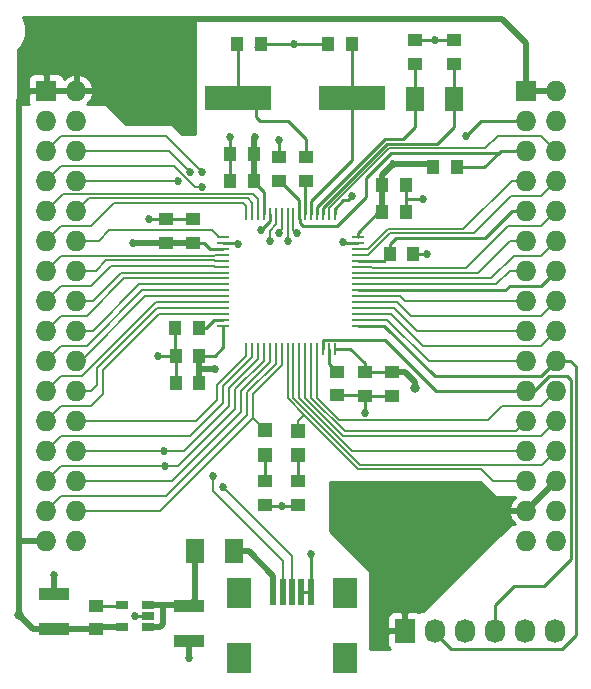
<source format=gbr>
G04 #@! TF.FileFunction,Copper,L1,Top,Signal*
%FSLAX46Y46*%
G04 Gerber Fmt 4.6, Leading zero omitted, Abs format (unit mm)*
G04 Created by KiCad (PCBNEW 4.0.0-rc1-stable) date 11/15/2015 10:10:44 PM*
%MOMM*%
G01*
G04 APERTURE LIST*
%ADD10C,0.100000*%
%ADD11R,0.250000X1.000000*%
%ADD12R,1.000000X0.250000*%
%ADD13R,1.060000X0.650000*%
%ADD14R,0.500380X2.301240*%
%ADD15R,1.998980X2.499360*%
%ADD16R,1.000000X1.250000*%
%ADD17R,1.250000X1.000000*%
%ADD18R,2.500000X1.000000*%
%ADD19R,1.198880X1.198880*%
%ADD20R,1.524000X2.032000*%
%ADD21R,1.727200X2.032000*%
%ADD22O,1.727200X2.032000*%
%ADD23R,1.727200X1.727200*%
%ADD24O,1.727200X1.727200*%
%ADD25R,5.600700X2.100580*%
%ADD26C,0.685800*%
%ADD27C,0.838200*%
%ADD28C,0.254000*%
%ADD29C,0.508000*%
%ADD30C,0.203200*%
G04 APERTURE END LIST*
D10*
D11*
X79061000Y-99329000D03*
X78561000Y-99329000D03*
X78061000Y-99329000D03*
X77561000Y-99329000D03*
X77061000Y-99329000D03*
X76561000Y-99329000D03*
X76061000Y-99329000D03*
X75561000Y-99329000D03*
X75061000Y-99329000D03*
X74561000Y-99329000D03*
X74061000Y-99329000D03*
X73561000Y-99329000D03*
X73061000Y-99329000D03*
X72561000Y-99329000D03*
X72061000Y-99329000D03*
X71561000Y-99329000D03*
D12*
X69611000Y-101279000D03*
X69611000Y-101779000D03*
X69611000Y-102279000D03*
X69611000Y-102779000D03*
X69611000Y-103279000D03*
X69611000Y-103779000D03*
X69611000Y-104279000D03*
X69611000Y-104779000D03*
X69611000Y-105279000D03*
X69611000Y-105779000D03*
X69611000Y-106279000D03*
X69611000Y-106779000D03*
X69611000Y-107279000D03*
X69611000Y-107779000D03*
X69611000Y-108279000D03*
X69611000Y-108779000D03*
D11*
X71561000Y-110729000D03*
X72061000Y-110729000D03*
X72561000Y-110729000D03*
X73061000Y-110729000D03*
X73561000Y-110729000D03*
X74061000Y-110729000D03*
X74561000Y-110729000D03*
X75061000Y-110729000D03*
X75561000Y-110729000D03*
X76061000Y-110729000D03*
X76561000Y-110729000D03*
X77061000Y-110729000D03*
X77561000Y-110729000D03*
X78061000Y-110729000D03*
X78561000Y-110729000D03*
X79061000Y-110729000D03*
D12*
X81011000Y-108779000D03*
X81011000Y-108279000D03*
X81011000Y-107779000D03*
X81011000Y-107279000D03*
X81011000Y-106779000D03*
X81011000Y-106279000D03*
X81011000Y-105779000D03*
X81011000Y-105279000D03*
X81011000Y-104779000D03*
X81011000Y-104279000D03*
X81011000Y-103779000D03*
X81011000Y-103279000D03*
X81011000Y-102779000D03*
X81011000Y-102279000D03*
X81011000Y-101779000D03*
X81011000Y-101279000D03*
D13*
X63203000Y-134300000D03*
X63203000Y-133350000D03*
X63203000Y-132400000D03*
X61003000Y-132400000D03*
X61003000Y-134300000D03*
D14*
X73837800Y-131297680D03*
X74637900Y-131297680D03*
X75438000Y-131297680D03*
X76238100Y-131297680D03*
X77038200Y-131297680D03*
D15*
X70987920Y-131396740D03*
X70987920Y-136895840D03*
X79888080Y-131396740D03*
X79888080Y-136895840D03*
D16*
X83058000Y-99187000D03*
X85058000Y-99187000D03*
X83058000Y-96901000D03*
X85058000Y-96901000D03*
D17*
X79248000Y-112665000D03*
X79248000Y-114665000D03*
X83874768Y-112689682D03*
X83874768Y-114689682D03*
X81588768Y-112721682D03*
X81588768Y-114721682D03*
D16*
X65564000Y-108966000D03*
X67564000Y-108966000D03*
D17*
X74295000Y-96504000D03*
X74295000Y-94504000D03*
D16*
X67595974Y-113617878D03*
X65595974Y-113617878D03*
X67579974Y-111331878D03*
X65579974Y-111331878D03*
X78518000Y-84963000D03*
X80518000Y-84963000D03*
X72771000Y-84963000D03*
X70771000Y-84963000D03*
D17*
X89154000Y-84598000D03*
X89154000Y-86598000D03*
X85852000Y-84598000D03*
X85852000Y-86598000D03*
X64741952Y-101750538D03*
X64741952Y-99750538D03*
X67027952Y-101750538D03*
X67027952Y-99750538D03*
D16*
X72204875Y-96507365D03*
X70204875Y-96507365D03*
X72204875Y-94221365D03*
X70204875Y-94221365D03*
D18*
X66675000Y-132485000D03*
X66675000Y-135485000D03*
D17*
X58801000Y-134477000D03*
X58801000Y-132477000D03*
D18*
X55245000Y-134469000D03*
X55245000Y-131469000D03*
D19*
X73152000Y-117602000D03*
X73152000Y-119700040D03*
D20*
X67183000Y-127889000D03*
X70485000Y-127889000D03*
D19*
X75946000Y-117662960D03*
X75946000Y-119761000D03*
D21*
X84963000Y-134620000D03*
D22*
X87503000Y-134620000D03*
X90043000Y-134620000D03*
X92583000Y-134620000D03*
X95123000Y-134620000D03*
X97663000Y-134620000D03*
D23*
X54610000Y-88900000D03*
D24*
X57150000Y-88900000D03*
X54610000Y-91440000D03*
X57150000Y-91440000D03*
X54610000Y-93980000D03*
X57150000Y-93980000D03*
X54610000Y-96520000D03*
X57150000Y-96520000D03*
X54610000Y-99060000D03*
X57150000Y-99060000D03*
X54610000Y-101600000D03*
X57150000Y-101600000D03*
X54610000Y-104140000D03*
X57150000Y-104140000D03*
X54610000Y-106680000D03*
X57150000Y-106680000D03*
X54610000Y-109220000D03*
X57150000Y-109220000D03*
X54610000Y-111760000D03*
X57150000Y-111760000D03*
X54610000Y-114300000D03*
X57150000Y-114300000D03*
X54610000Y-116840000D03*
X57150000Y-116840000D03*
X54610000Y-119380000D03*
X57150000Y-119380000D03*
X54610000Y-121920000D03*
X57150000Y-121920000D03*
X54610000Y-124460000D03*
X57150000Y-124460000D03*
X54610000Y-127000000D03*
X57150000Y-127000000D03*
D23*
X95250000Y-88900000D03*
D24*
X97790000Y-88900000D03*
X95250000Y-91440000D03*
X97790000Y-91440000D03*
X95250000Y-93980000D03*
X97790000Y-93980000D03*
X95250000Y-96520000D03*
X97790000Y-96520000D03*
X95250000Y-99060000D03*
X97790000Y-99060000D03*
X95250000Y-101600000D03*
X97790000Y-101600000D03*
X95250000Y-104140000D03*
X97790000Y-104140000D03*
X95250000Y-106680000D03*
X97790000Y-106680000D03*
X95250000Y-109220000D03*
X97790000Y-109220000D03*
X95250000Y-111760000D03*
X97790000Y-111760000D03*
X95250000Y-114300000D03*
X97790000Y-114300000D03*
X95250000Y-116840000D03*
X97790000Y-116840000D03*
X95250000Y-119380000D03*
X97790000Y-119380000D03*
X95250000Y-121920000D03*
X97790000Y-121920000D03*
X95250000Y-124460000D03*
X97790000Y-124460000D03*
X95250000Y-127000000D03*
X97790000Y-127000000D03*
D25*
X70843140Y-89535000D03*
X80540860Y-89535000D03*
D20*
X89190869Y-89554317D03*
X85888869Y-89554317D03*
D16*
X87392000Y-95377000D03*
X89392000Y-95377000D03*
D17*
X76581000Y-94504000D03*
X76581000Y-96504000D03*
D16*
X83709000Y-102743000D03*
X85709000Y-102743000D03*
D17*
X73152000Y-121936000D03*
X73152000Y-123936000D03*
X75946000Y-121936000D03*
X75946000Y-123936000D03*
D26*
X62103000Y-133350000D03*
X66675000Y-136906000D03*
X55245000Y-129921000D03*
X72771000Y-100711000D03*
X70866000Y-101854000D03*
X79756000Y-101727000D03*
X86868000Y-102743000D03*
X87503602Y-84598000D03*
X77038200Y-128066800D03*
X86487000Y-98044000D03*
X74563531Y-124079000D03*
X81588768Y-116150232D03*
X64055122Y-111331878D03*
X63317462Y-99750538D03*
X70204875Y-92837000D03*
X74295000Y-93091000D03*
X75643965Y-84963000D03*
D27*
X66294000Y-91694000D03*
D26*
X72263000Y-92837000D03*
X83947000Y-95123000D03*
X61999538Y-90320538D03*
X61999538Y-101750538D03*
X68882738Y-112473262D03*
D27*
X85852000Y-122682000D03*
X85852000Y-114046000D03*
X52324000Y-133306000D03*
D26*
X75819000Y-100965000D03*
X67818000Y-95758000D03*
X75057000Y-101600000D03*
X66802000Y-95758000D03*
X74295000Y-100965000D03*
X67818000Y-97028000D03*
X73533000Y-101600000D03*
X65786000Y-96520000D03*
X69596000Y-122428000D03*
X64653784Y-120650000D03*
X68707000Y-121539000D03*
X64633911Y-119380000D03*
X80518000Y-97790000D03*
X90170000Y-92710000D03*
D28*
X88275000Y-84598000D02*
X89154000Y-84598000D01*
X63203000Y-133350000D02*
X62103000Y-133350000D01*
D29*
X66675000Y-135485000D02*
X66675000Y-136906000D01*
X55245000Y-131469000D02*
X55245000Y-129921000D01*
D28*
X73561000Y-99329000D02*
X73561000Y-99940935D01*
X73561000Y-99940935D02*
X72936090Y-100565845D01*
X69611000Y-101779000D02*
X70791000Y-101779000D01*
X70791000Y-101779000D02*
X70866000Y-101854000D01*
X81011000Y-101779000D02*
X79808000Y-101779000D01*
X79808000Y-101779000D02*
X79756000Y-101727000D01*
X85659000Y-102743000D02*
X86868000Y-102743000D01*
X87503602Y-84598000D02*
X85852000Y-84598000D01*
X88275000Y-84598000D02*
X87503602Y-84598000D01*
X77038200Y-131297680D02*
X77038200Y-128066800D01*
X76238100Y-131297680D02*
X77038200Y-131297680D01*
X85058000Y-98056771D02*
X85058000Y-96901000D01*
X85058000Y-99187000D02*
X85058000Y-98056771D01*
X85058000Y-98056771D02*
X86474229Y-98056771D01*
X86474229Y-98056771D02*
X86487000Y-98044000D01*
X74563531Y-124079000D02*
X75941000Y-124079000D01*
X73152000Y-124079000D02*
X74563531Y-124079000D01*
X75941000Y-124079000D02*
X75946000Y-124074000D01*
X81588768Y-114721682D02*
X81588768Y-116150232D01*
X83874768Y-114689682D02*
X81620768Y-114689682D01*
X81620768Y-114689682D02*
X81588768Y-114721682D01*
X79248000Y-114665000D02*
X81532086Y-114665000D01*
X81532086Y-114665000D02*
X81588768Y-114721682D01*
X65579974Y-111331878D02*
X64055122Y-111331878D01*
X65579974Y-111331878D02*
X65579974Y-113601878D01*
X65579974Y-113601878D02*
X65595974Y-113617878D01*
X65564000Y-108966000D02*
X65564000Y-111315904D01*
X65564000Y-111315904D02*
X65579974Y-111331878D01*
X64741952Y-99750538D02*
X63317462Y-99750538D01*
X70204875Y-94221365D02*
X70204875Y-92810875D01*
X67027952Y-99750538D02*
X64741952Y-99750538D01*
X70204875Y-96507365D02*
X70204875Y-94221365D01*
X74295000Y-94361000D02*
X74295000Y-93091000D01*
X75643965Y-84963000D02*
X78518000Y-84963000D01*
X72771000Y-84963000D02*
X75643965Y-84963000D01*
X72367140Y-85289140D02*
X72295000Y-85217000D01*
X67564000Y-108966000D02*
X68170000Y-108966000D01*
X68170000Y-108966000D02*
X68857000Y-108279000D01*
X68857000Y-108279000D02*
X69611000Y-108279000D01*
X67870000Y-108660000D02*
X67564000Y-108966000D01*
X76061000Y-99329000D02*
X76061000Y-98145000D01*
X76061000Y-98145000D02*
X74420000Y-96504000D01*
X74420000Y-96504000D02*
X74295000Y-96504000D01*
X89342000Y-95377000D02*
X91694000Y-95377000D01*
X91694000Y-95377000D02*
X92938570Y-94132430D01*
X92714570Y-94132430D02*
X92938570Y-94132430D01*
X92938570Y-94132430D02*
X93091000Y-93980000D01*
X93091000Y-93980000D02*
X95250000Y-93980000D01*
X81661000Y-97917000D02*
X81661000Y-96266000D01*
X81661000Y-96266000D02*
X83794570Y-94132430D01*
X83794570Y-94132430D02*
X92938570Y-94132430D01*
X76061000Y-99329000D02*
X76061000Y-99707000D01*
X79248000Y-100330000D02*
X81661000Y-97917000D01*
X76061000Y-99707000D02*
X76073000Y-99719000D01*
X76073000Y-99719000D02*
X76073000Y-100076000D01*
X76073000Y-100076000D02*
X76327000Y-100330000D01*
X76327000Y-100330000D02*
X79248000Y-100330000D01*
X78561000Y-110729000D02*
X78561000Y-111978000D01*
X78561000Y-111978000D02*
X79248000Y-112665000D01*
D29*
X95250000Y-88900000D02*
X95250000Y-84836000D01*
X95250000Y-84836000D02*
X93218000Y-82804000D01*
X93218000Y-82804000D02*
X67310000Y-82804000D01*
X67310000Y-82804000D02*
X66040000Y-84074000D01*
X83947000Y-95123000D02*
X87188000Y-95123000D01*
X87188000Y-95123000D02*
X87442000Y-95377000D01*
X72204875Y-94221365D02*
X72204875Y-92895125D01*
X72204875Y-92895125D02*
X72263000Y-92837000D01*
X72204875Y-94221365D02*
X72204875Y-96507365D01*
X97790000Y-88900000D02*
X95250000Y-88900000D01*
X83058000Y-96901000D02*
X83058000Y-96012000D01*
X83058000Y-96012000D02*
X83947000Y-95123000D01*
X83058000Y-96901000D02*
X83058000Y-99187000D01*
X64741952Y-101750538D02*
X61999538Y-101750538D01*
X67027952Y-101750538D02*
X64741952Y-101750538D01*
X67595974Y-112473262D02*
X67595974Y-111347878D01*
X67595974Y-113617878D02*
X67595974Y-112473262D01*
X67595974Y-112473262D02*
X68882738Y-112473262D01*
X67595974Y-111347878D02*
X67579974Y-111331878D01*
X85852000Y-113533914D02*
X85852000Y-114046000D01*
X83874768Y-112689682D02*
X85007768Y-112689682D01*
X85007768Y-112689682D02*
X85852000Y-113533914D01*
X97790000Y-121920000D02*
X95250000Y-124460000D01*
X89408000Y-124460000D02*
X95250000Y-124460000D01*
X84963000Y-128905000D02*
X89408000Y-124460000D01*
X84963000Y-134620000D02*
X84963000Y-128905000D01*
X52324000Y-133306000D02*
X52324000Y-126973589D01*
X52324000Y-126973589D02*
X52324000Y-89662000D01*
X54610000Y-127000000D02*
X52350411Y-127000000D01*
X52350411Y-127000000D02*
X52324000Y-126973589D01*
X54610000Y-88900000D02*
X57150000Y-88900000D01*
X55245000Y-134469000D02*
X53487000Y-134469000D01*
X53487000Y-134469000D02*
X52324000Y-133306000D01*
X52324000Y-89662000D02*
X53086000Y-88900000D01*
X53086000Y-88900000D02*
X54610000Y-88900000D01*
X61003000Y-134300000D02*
X58978000Y-134300000D01*
D28*
X58978000Y-134300000D02*
X58801000Y-134477000D01*
D29*
X55245000Y-134469000D02*
X58793000Y-134469000D01*
D28*
X58793000Y-134469000D02*
X58801000Y-134477000D01*
X81011000Y-101279000D02*
X81011000Y-100900000D01*
X81011000Y-100900000D02*
X82724000Y-99187000D01*
X82724000Y-99187000D02*
X83058000Y-99187000D01*
X81588768Y-112721682D02*
X83842768Y-112721682D01*
X83842768Y-112721682D02*
X83874768Y-112689682D01*
X79061000Y-110729000D02*
X80350086Y-110729000D01*
X80350086Y-110729000D02*
X81588768Y-111967682D01*
X81588768Y-111967682D02*
X81588768Y-112721682D01*
X69611000Y-108779000D02*
X69611000Y-110602000D01*
X69611000Y-110602000D02*
X68881122Y-111331878D01*
X68881122Y-111331878D02*
X67579974Y-111331878D01*
X73061000Y-99329000D02*
X73061000Y-97488490D01*
X73061000Y-97488490D02*
X72204875Y-96632365D01*
X72204875Y-96632365D02*
X72204875Y-96507365D01*
X68497000Y-102279000D02*
X67968538Y-101750538D01*
X67968538Y-101750538D02*
X67027952Y-101750538D01*
X69611000Y-102279000D02*
X68497000Y-102279000D01*
X77061000Y-99329000D02*
X77061000Y-98199000D01*
X77061000Y-98199000D02*
X80540860Y-94719140D01*
X80540860Y-94719140D02*
X80540860Y-89535000D01*
X80518000Y-89639140D02*
X80518000Y-85090000D01*
X72367140Y-89789000D02*
X72367140Y-91093290D01*
X72367140Y-91093290D02*
X72713850Y-91440000D01*
X75057000Y-91440000D02*
X76581000Y-92964000D01*
X72713850Y-91440000D02*
X75057000Y-91440000D01*
X76581000Y-92964000D02*
X76581000Y-94869000D01*
X70843140Y-89535000D02*
X70843140Y-85035140D01*
X89190869Y-89554317D02*
X89190869Y-86634869D01*
X89190869Y-86634869D02*
X89154000Y-86598000D01*
X78061000Y-99329000D02*
X78061000Y-98775828D01*
X78061000Y-98775828D02*
X83466418Y-93370410D01*
X83466418Y-93370410D02*
X87731590Y-93370410D01*
X87731590Y-93370410D02*
X89190869Y-91911131D01*
X89190869Y-91911131D02*
X89190869Y-89554317D01*
X89662000Y-89517448D02*
X89698869Y-89554317D01*
X85888869Y-89554317D02*
X85888869Y-86634869D01*
X85888869Y-86634869D02*
X85852000Y-86598000D01*
X77561000Y-99329000D02*
X77561000Y-98701078D01*
X85888869Y-91911131D02*
X85888869Y-89554317D01*
X77561000Y-98701078D02*
X83298078Y-92964000D01*
X83298078Y-92964000D02*
X84836000Y-92964000D01*
X84836000Y-92964000D02*
X85888869Y-91911131D01*
X86360000Y-89517448D02*
X86396869Y-89554317D01*
D29*
X63203000Y-132400000D02*
X64539000Y-132400000D01*
X64539000Y-134002000D02*
X64539000Y-132400000D01*
X64539000Y-132400000D02*
X66590000Y-132400000D01*
X63203000Y-134300000D02*
X64241000Y-134300000D01*
X64241000Y-134300000D02*
X64539000Y-134002000D01*
X66590000Y-132400000D02*
X66675000Y-132485000D01*
X67183000Y-127889000D02*
X67183000Y-131977000D01*
X67183000Y-131977000D02*
X66675000Y-132485000D01*
D28*
X58801000Y-132477000D02*
X60926000Y-132477000D01*
X60926000Y-132477000D02*
X61003000Y-132400000D01*
D30*
X69611000Y-107279000D02*
X64044000Y-107279000D01*
X64044000Y-107279000D02*
X58928000Y-112395000D01*
X58928000Y-112395000D02*
X58928000Y-113792000D01*
X58928000Y-113792000D02*
X58420000Y-114300000D01*
X58420000Y-114300000D02*
X57150000Y-114300000D01*
D28*
X73152000Y-119700040D02*
X73152000Y-122179000D01*
D29*
X70485000Y-127889000D02*
X71755000Y-127889000D01*
X71755000Y-127889000D02*
X73837800Y-129971800D01*
X73837800Y-129971800D02*
X73837800Y-131297680D01*
D30*
X58420000Y-115570000D02*
X55880000Y-115570000D01*
X55880000Y-115570000D02*
X54610000Y-116840000D01*
X59436000Y-114554000D02*
X58420000Y-115570000D01*
X59436000Y-112522000D02*
X59436000Y-114554000D01*
X64179000Y-107779000D02*
X59436000Y-112522000D01*
X69611000Y-107779000D02*
X64179000Y-107779000D01*
D28*
X75946000Y-119761000D02*
X75946000Y-122174000D01*
X97790000Y-111760000D02*
X99011314Y-111760000D01*
X99466410Y-134975590D02*
X98298000Y-136144000D01*
X99011314Y-111760000D02*
X99466410Y-112215096D01*
X99466410Y-112215096D02*
X99466410Y-134975590D01*
X98298000Y-136144000D02*
X88874600Y-136144000D01*
X88874600Y-136144000D02*
X87503000Y-134772400D01*
X87503000Y-134772400D02*
X87503000Y-134620000D01*
X87503000Y-113030000D02*
X96520000Y-113030000D01*
X96520000Y-113030000D02*
X97790000Y-111760000D01*
X83252000Y-108779000D02*
X87503000Y-113030000D01*
X81011000Y-108779000D02*
X83252000Y-108779000D01*
X92583000Y-134620000D02*
X92583000Y-132461000D01*
X92583000Y-132461000D02*
X94234000Y-130810000D01*
X98679000Y-113030000D02*
X97155000Y-113030000D01*
X94234000Y-130810000D02*
X96774000Y-130810000D01*
X96774000Y-130810000D02*
X99060000Y-128524000D01*
X99060000Y-113411000D02*
X98679000Y-113030000D01*
X99060000Y-128524000D02*
X99060000Y-113411000D01*
X97155000Y-113030000D02*
X95885000Y-114300000D01*
X95885000Y-114300000D02*
X95250000Y-114300000D01*
X87630000Y-114300000D02*
X95250000Y-114300000D01*
X83279599Y-109949599D02*
X87630000Y-114300000D01*
X78061000Y-110729000D02*
X78061000Y-109975000D01*
X78061000Y-109975000D02*
X78086401Y-109949599D01*
X78086401Y-109949599D02*
X83279599Y-109949599D01*
X97790000Y-104140000D02*
X96520000Y-105410000D01*
X96520000Y-105410000D02*
X93853000Y-105410000D01*
X93853000Y-105410000D02*
X93484000Y-105779000D01*
X93484000Y-105779000D02*
X81011000Y-105779000D01*
D30*
X94234000Y-102870000D02*
X96520000Y-102870000D01*
X96520000Y-102870000D02*
X97790000Y-101600000D01*
X92325000Y-104779000D02*
X94234000Y-102870000D01*
X81011000Y-104779000D02*
X92325000Y-104779000D01*
X91174000Y-104279000D02*
X93853000Y-101600000D01*
X93853000Y-101600000D02*
X95250000Y-101600000D01*
X81011000Y-104279000D02*
X91174000Y-104279000D01*
X93726000Y-100330000D02*
X96520000Y-100330000D01*
X96520000Y-100330000D02*
X97790000Y-99060000D01*
X90170000Y-103886000D02*
X93726000Y-100330000D01*
X82256000Y-103886000D02*
X90170000Y-103886000D01*
X82149000Y-103779000D02*
X82256000Y-103886000D01*
X81011000Y-103779000D02*
X82149000Y-103779000D01*
D28*
X95250000Y-99060000D02*
X94028686Y-99060000D01*
X94028686Y-99060000D02*
X91742686Y-101346000D01*
X91742686Y-101346000D02*
X84252000Y-101346000D01*
X84252000Y-101346000D02*
X83759000Y-101839000D01*
X83759000Y-101839000D02*
X83759000Y-102743000D01*
X81011000Y-103279000D02*
X83223000Y-103279000D01*
X83223000Y-103279000D02*
X83759000Y-102743000D01*
D30*
X97790000Y-96520000D02*
X96520000Y-97790000D01*
X96520000Y-97790000D02*
X93980000Y-97790000D01*
X81879000Y-102779000D02*
X81011000Y-102779000D01*
X93980000Y-97790000D02*
X90805010Y-100964990D01*
X90805010Y-100964990D02*
X84074010Y-100964990D01*
X84074010Y-100964990D02*
X84074000Y-100965000D01*
X84074000Y-100965000D02*
X83693000Y-100965000D01*
X83693000Y-100965000D02*
X81879000Y-102779000D01*
X83540620Y-100609380D02*
X81871000Y-102279000D01*
X81871000Y-102279000D02*
X81011000Y-102279000D01*
X95250000Y-96520000D02*
X94028686Y-96520000D01*
X94028686Y-96520000D02*
X89939306Y-100609380D01*
X89939306Y-100609380D02*
X83540620Y-100609380D01*
X78561000Y-99329000D02*
X78561000Y-98814656D01*
X83624236Y-93751420D02*
X91795580Y-93751420D01*
X78561000Y-98814656D02*
X83624236Y-93751420D01*
X91795580Y-93751420D02*
X92837000Y-92710000D01*
X92837000Y-92710000D02*
X96520000Y-92710000D01*
X96520000Y-92710000D02*
X97790000Y-93980000D01*
X54610000Y-93980000D02*
X55880000Y-92710000D01*
X55880000Y-92710000D02*
X64770000Y-92710000D01*
X64770000Y-92710000D02*
X64922399Y-92862399D01*
X64922399Y-92862399D02*
X67818000Y-95758000D01*
X75692000Y-100838000D02*
X75561000Y-100707000D01*
X75561000Y-100707000D02*
X75561000Y-99329000D01*
X65024000Y-93980000D02*
X66802000Y-95758000D01*
X75061000Y-99329000D02*
X75061000Y-101596000D01*
X75061000Y-101596000D02*
X75057000Y-101600000D01*
X57150000Y-93980000D02*
X65024000Y-93980000D01*
X65410586Y-95250000D02*
X67188586Y-97028000D01*
X67188586Y-97028000D02*
X67818000Y-97028000D01*
X74295000Y-100838000D02*
X74561000Y-100572000D01*
X74561000Y-100572000D02*
X74561000Y-100445000D01*
X74295000Y-100965000D02*
X74295000Y-100838000D01*
X74561000Y-100445000D02*
X74561000Y-99329000D01*
X55880000Y-95250000D02*
X65410586Y-95250000D01*
X54610000Y-96520000D02*
X55880000Y-95250000D01*
X74061000Y-100032200D02*
X74061000Y-100188586D01*
X74061000Y-100188586D02*
X73533000Y-100716586D01*
X73533000Y-101600000D02*
X73533000Y-100716586D01*
X74061000Y-100061586D02*
X74061000Y-100032200D01*
X74061000Y-100032200D02*
X74061000Y-99329000D01*
X57150000Y-96520000D02*
X65786000Y-96520000D01*
X72561000Y-99329000D02*
X72561000Y-98088000D01*
X72110601Y-97637601D02*
X56032399Y-97637601D01*
X72561000Y-98088000D02*
X72110601Y-97637601D01*
X56032399Y-97637601D02*
X55473599Y-98196401D01*
X55473599Y-98196401D02*
X54610000Y-99060000D01*
X71704211Y-97993211D02*
X58216789Y-97993211D01*
X58216789Y-97993211D02*
X57150000Y-99060000D01*
X72061000Y-98350000D02*
X71704211Y-97993211D01*
X72061000Y-99329000D02*
X72061000Y-98350000D01*
X58420000Y-100330000D02*
X55880000Y-100330000D01*
X55880000Y-100330000D02*
X54610000Y-101600000D01*
X60401179Y-98348821D02*
X58420000Y-100330000D01*
X71284021Y-98348821D02*
X60401179Y-98348821D01*
X71561000Y-99329000D02*
X71561000Y-98625800D01*
X71561000Y-98625800D02*
X71284021Y-98348821D01*
X59944000Y-100711000D02*
X59055000Y-101600000D01*
X59055000Y-101600000D02*
X57150000Y-101600000D01*
X68668000Y-100711000D02*
X59944000Y-100711000D01*
X69611000Y-101279000D02*
X69236000Y-101279000D01*
X69236000Y-101279000D02*
X68668000Y-100711000D01*
X69611000Y-102779000D02*
X68907800Y-102779000D01*
X68907800Y-102779000D02*
X68816800Y-102870000D01*
X68816800Y-102870000D02*
X55880000Y-102870000D01*
X55880000Y-102870000D02*
X54610000Y-104140000D01*
X59690000Y-103251000D02*
X58801000Y-104140000D01*
X58801000Y-104140000D02*
X57150000Y-104140000D01*
X68879800Y-103251000D02*
X59690000Y-103251000D01*
X69611000Y-103279000D02*
X68907800Y-103279000D01*
X68907800Y-103279000D02*
X68879800Y-103251000D01*
X58420000Y-105410000D02*
X55880000Y-105410000D01*
X55880000Y-105410000D02*
X54610000Y-106680000D01*
X60071000Y-103759000D02*
X58420000Y-105410000D01*
X68887800Y-103759000D02*
X60071000Y-103759000D01*
X69611000Y-103779000D02*
X68907800Y-103779000D01*
X68907800Y-103779000D02*
X68887800Y-103759000D01*
X60948000Y-104279000D02*
X58547000Y-106680000D01*
X58547000Y-106680000D02*
X57150000Y-106680000D01*
X69611000Y-104279000D02*
X60948000Y-104279000D01*
X58039000Y-107950000D02*
X55880000Y-107950000D01*
X55880000Y-107950000D02*
X54610000Y-109220000D01*
X61214000Y-104775000D02*
X58039000Y-107950000D01*
X68903800Y-104775000D02*
X61214000Y-104775000D01*
X69611000Y-104779000D02*
X68907800Y-104779000D01*
X68907800Y-104779000D02*
X68903800Y-104775000D01*
X62484000Y-105283000D02*
X58547000Y-109220000D01*
X58547000Y-109220000D02*
X57150000Y-109220000D01*
X69342000Y-105283000D02*
X62484000Y-105283000D01*
X69611000Y-105279000D02*
X69346000Y-105279000D01*
X69346000Y-105279000D02*
X69342000Y-105283000D01*
X58039000Y-110490000D02*
X55880000Y-110490000D01*
X55880000Y-110490000D02*
X54610000Y-111760000D01*
X62750000Y-105779000D02*
X58039000Y-110490000D01*
X69611000Y-105779000D02*
X62750000Y-105779000D01*
X69611000Y-106279000D02*
X63012000Y-106279000D01*
X63012000Y-106279000D02*
X57531000Y-111760000D01*
X57531000Y-111760000D02*
X57150000Y-111760000D01*
X57658000Y-113030000D02*
X55880000Y-113030000D01*
X55880000Y-113030000D02*
X54610000Y-114300000D01*
X63909000Y-106779000D02*
X57658000Y-113030000D01*
X69611000Y-106779000D02*
X63909000Y-106779000D01*
X92714000Y-105279000D02*
X93853000Y-104140000D01*
X93853000Y-104140000D02*
X95250000Y-104140000D01*
X81011000Y-105279000D02*
X92714000Y-105279000D01*
X84562000Y-106279000D02*
X84963000Y-106680000D01*
X84963000Y-106680000D02*
X95250000Y-106680000D01*
X81011000Y-106279000D02*
X84562000Y-106279000D01*
X85471000Y-107950000D02*
X84300000Y-106779000D01*
X84300000Y-106779000D02*
X81011000Y-106779000D01*
X96520000Y-107950000D02*
X85471000Y-107950000D01*
X97790000Y-106680000D02*
X96520000Y-107950000D01*
X85979000Y-109220000D02*
X95250000Y-109220000D01*
X84038000Y-107279000D02*
X85979000Y-109220000D01*
X81011000Y-107279000D02*
X84038000Y-107279000D01*
X97790000Y-109220000D02*
X96520000Y-110490000D01*
X96520000Y-110490000D02*
X86487000Y-110490000D01*
X86487000Y-110490000D02*
X83776000Y-107779000D01*
X83776000Y-107779000D02*
X81011000Y-107779000D01*
X86995000Y-111760000D02*
X95250000Y-111760000D01*
X83514000Y-108279000D02*
X86995000Y-111760000D01*
X81011000Y-108279000D02*
X83514000Y-108279000D01*
X93218000Y-115570000D02*
X96520000Y-115570000D01*
X96520000Y-115570000D02*
X97790000Y-114300000D01*
X92040867Y-116747133D02*
X93218000Y-115570000D01*
X77561000Y-114904092D02*
X79404041Y-116747133D01*
X79404041Y-116747133D02*
X92040867Y-116747133D01*
X77561000Y-110729000D02*
X77561000Y-114904092D01*
X77061000Y-110729000D02*
X77061000Y-114907000D01*
X77061000Y-114907000D02*
X79883000Y-117729000D01*
X79883000Y-117729000D02*
X94361000Y-117729000D01*
X94361000Y-117729000D02*
X95250000Y-116840000D01*
X76561000Y-110729000D02*
X76561000Y-114915000D01*
X76561000Y-114915000D02*
X79756000Y-118110000D01*
X79756000Y-118110000D02*
X96520000Y-118110000D01*
X96520000Y-118110000D02*
X97790000Y-116840000D01*
X76061000Y-110729000D02*
X76061000Y-114923000D01*
X76061000Y-114923000D02*
X80518000Y-119380000D01*
X80518000Y-119380000D02*
X94028686Y-119380000D01*
X94028686Y-119380000D02*
X95250000Y-119380000D01*
X75561000Y-110729000D02*
X75561000Y-114936092D01*
X75561000Y-114936092D02*
X81173298Y-120548390D01*
X81173298Y-120548390D02*
X96621610Y-120548390D01*
X96621610Y-120548390D02*
X97790000Y-119380000D01*
X75061000Y-114939000D02*
X76447579Y-116325579D01*
X76447579Y-116325579D02*
X81026000Y-120904000D01*
X75946000Y-116860320D02*
X76447579Y-116358741D01*
X75946000Y-117662960D02*
X75946000Y-116860320D01*
X76447579Y-116358741D02*
X76447579Y-116325579D01*
X75061000Y-110729000D02*
X75061000Y-114939000D01*
X81026000Y-120904000D02*
X91440000Y-120904000D01*
X91440000Y-120904000D02*
X92456000Y-121920000D01*
X92456000Y-121920000D02*
X95250000Y-121920000D01*
X72136000Y-116586000D02*
X73152000Y-117602000D01*
X64262000Y-124460000D02*
X57150000Y-124460000D01*
X72136000Y-116586000D02*
X64262000Y-124460000D01*
X72136000Y-114554000D02*
X72136000Y-116586000D01*
X74549000Y-112141000D02*
X72136000Y-114554000D01*
X74549000Y-111444200D02*
X74549000Y-112141000D01*
X74561000Y-110729000D02*
X74561000Y-111432200D01*
X74561000Y-111432200D02*
X74549000Y-111444200D01*
X64770000Y-123190000D02*
X55880000Y-123190000D01*
X55880000Y-123190000D02*
X54610000Y-124460000D01*
X71628000Y-116332000D02*
X64770000Y-123190000D01*
X71628000Y-114427000D02*
X71628000Y-116332000D01*
X74061000Y-111994000D02*
X71628000Y-114427000D01*
X74061000Y-110729000D02*
X74061000Y-111994000D01*
X71120000Y-116078000D02*
X65278000Y-121920000D01*
X65278000Y-121920000D02*
X57150000Y-121920000D01*
X71120000Y-114300000D02*
X71120000Y-116078000D01*
X73561000Y-111859000D02*
X71120000Y-114300000D01*
X73561000Y-110729000D02*
X73561000Y-111859000D01*
X75438000Y-131297680D02*
X75438000Y-128270000D01*
X75438000Y-128270000D02*
X69596000Y-122428000D01*
X64653784Y-120650000D02*
X55880000Y-120650000D01*
X65786000Y-120650000D02*
X64653784Y-120650000D01*
X73061000Y-110729000D02*
X73061000Y-111724000D01*
X73061000Y-111724000D02*
X70612000Y-114173000D01*
X70612000Y-114173000D02*
X70612000Y-115824000D01*
X70612000Y-115824000D02*
X65786000Y-120650000D01*
X55880000Y-120650000D02*
X54610000Y-121920000D01*
X74637900Y-128739900D02*
X68707000Y-122809000D01*
X68707000Y-122809000D02*
X68707000Y-121539000D01*
X74637900Y-131297680D02*
X74637900Y-128739900D01*
X74676000Y-131259580D02*
X74637900Y-131297680D01*
X64633911Y-119380000D02*
X57150000Y-119380000D01*
X66294000Y-119380000D02*
X64633911Y-119380000D01*
X72561000Y-110729000D02*
X72561000Y-111589000D01*
X72561000Y-111589000D02*
X70104000Y-114046000D01*
X70104000Y-114046000D02*
X70104000Y-115570000D01*
X70104000Y-115570000D02*
X66294000Y-119380000D01*
X66802000Y-118110000D02*
X55880000Y-118110000D01*
X55880000Y-118110000D02*
X54610000Y-119380000D01*
X69596000Y-115316000D02*
X66802000Y-118110000D01*
X69596000Y-113897200D02*
X69596000Y-115316000D01*
X72061000Y-110729000D02*
X72061000Y-111432200D01*
X72061000Y-111432200D02*
X69596000Y-113897200D01*
X71561000Y-110729000D02*
X71561000Y-111319000D01*
X67310000Y-116840000D02*
X57150000Y-116840000D01*
X71561000Y-111319000D02*
X69088000Y-113792000D01*
X69088000Y-113792000D02*
X69088000Y-115062000D01*
X69088000Y-115062000D02*
X67310000Y-116840000D01*
X71561000Y-110729000D02*
X71561000Y-111104000D01*
D28*
X76561000Y-99329000D02*
X76561000Y-96789000D01*
X76561000Y-96789000D02*
X76581000Y-96769000D01*
X79051242Y-98863242D02*
X79061000Y-98873000D01*
X79061000Y-98873000D02*
X79061000Y-99329000D01*
X79781585Y-98132899D02*
X79051242Y-98863242D01*
X80518000Y-97790000D02*
X80175101Y-98132899D01*
X80175101Y-98132899D02*
X79781585Y-98132899D01*
X91440000Y-91440000D02*
X90170000Y-92710000D01*
X94028686Y-91440000D02*
X91440000Y-91440000D01*
X95250000Y-91440000D02*
X94028686Y-91440000D01*
G36*
X92620197Y-123279803D02*
X92662211Y-123307666D01*
X92710000Y-123317000D01*
X94303257Y-123317000D01*
X93967312Y-123685053D01*
X93795042Y-124100974D01*
X93916183Y-124333000D01*
X95123000Y-124333000D01*
X95123000Y-124587000D01*
X93916183Y-124587000D01*
X93795042Y-124819026D01*
X93967312Y-125234947D01*
X94303257Y-125603000D01*
X93980000Y-125603000D01*
X93930590Y-125613006D01*
X93890197Y-125640197D01*
X86561394Y-132969000D01*
X86233000Y-132969000D01*
X86183590Y-132979006D01*
X86141965Y-133007447D01*
X86121712Y-133038920D01*
X85952910Y-132969000D01*
X85248750Y-132969000D01*
X85090000Y-133127750D01*
X85090000Y-134493000D01*
X85110000Y-134493000D01*
X85110000Y-134747000D01*
X85090000Y-134747000D01*
X85090000Y-134767000D01*
X84836000Y-134767000D01*
X84836000Y-134747000D01*
X83623150Y-134747000D01*
X83464400Y-134905750D01*
X83464400Y-135762309D01*
X83561073Y-135995698D01*
X83709374Y-136144000D01*
X82042000Y-136144000D01*
X82042000Y-133477691D01*
X83464400Y-133477691D01*
X83464400Y-134334250D01*
X83623150Y-134493000D01*
X84836000Y-134493000D01*
X84836000Y-133127750D01*
X84677250Y-132969000D01*
X83973090Y-132969000D01*
X83739701Y-133065673D01*
X83561073Y-133244302D01*
X83464400Y-133477691D01*
X82042000Y-133477691D01*
X82042000Y-129667000D01*
X82031994Y-129617590D01*
X82004803Y-129577197D01*
X78613000Y-126185394D01*
X78613000Y-122047000D01*
X91387394Y-122047000D01*
X92620197Y-123279803D01*
X92620197Y-123279803D01*
G37*
X92620197Y-123279803D02*
X92662211Y-123307666D01*
X92710000Y-123317000D01*
X94303257Y-123317000D01*
X93967312Y-123685053D01*
X93795042Y-124100974D01*
X93916183Y-124333000D01*
X95123000Y-124333000D01*
X95123000Y-124587000D01*
X93916183Y-124587000D01*
X93795042Y-124819026D01*
X93967312Y-125234947D01*
X94303257Y-125603000D01*
X93980000Y-125603000D01*
X93930590Y-125613006D01*
X93890197Y-125640197D01*
X86561394Y-132969000D01*
X86233000Y-132969000D01*
X86183590Y-132979006D01*
X86141965Y-133007447D01*
X86121712Y-133038920D01*
X85952910Y-132969000D01*
X85248750Y-132969000D01*
X85090000Y-133127750D01*
X85090000Y-134493000D01*
X85110000Y-134493000D01*
X85110000Y-134747000D01*
X85090000Y-134747000D01*
X85090000Y-134767000D01*
X84836000Y-134767000D01*
X84836000Y-134747000D01*
X83623150Y-134747000D01*
X83464400Y-134905750D01*
X83464400Y-135762309D01*
X83561073Y-135995698D01*
X83709374Y-136144000D01*
X82042000Y-136144000D01*
X82042000Y-133477691D01*
X83464400Y-133477691D01*
X83464400Y-134334250D01*
X83623150Y-134493000D01*
X84836000Y-134493000D01*
X84836000Y-133127750D01*
X84677250Y-132969000D01*
X83973090Y-132969000D01*
X83739701Y-133065673D01*
X83561073Y-133244302D01*
X83464400Y-133477691D01*
X82042000Y-133477691D01*
X82042000Y-129667000D01*
X82031994Y-129617590D01*
X82004803Y-129577197D01*
X78613000Y-126185394D01*
X78613000Y-122047000D01*
X91387394Y-122047000D01*
X92620197Y-123279803D01*
G36*
X67183000Y-92583000D02*
X66092606Y-92583000D01*
X65240803Y-91731197D01*
X65198789Y-91703334D01*
X65151000Y-91694000D01*
X61393606Y-91694000D01*
X59779803Y-90080197D01*
X59737789Y-90052334D01*
X59690000Y-90043000D01*
X58096743Y-90043000D01*
X58432688Y-89674947D01*
X58604958Y-89259026D01*
X58483817Y-89027000D01*
X57277000Y-89027000D01*
X57277000Y-89047000D01*
X57023000Y-89047000D01*
X57023000Y-89027000D01*
X54737000Y-89027000D01*
X54737000Y-89047000D01*
X54483000Y-89047000D01*
X54483000Y-89027000D01*
X53270150Y-89027000D01*
X53111400Y-89185750D01*
X53111400Y-89889910D01*
X53174812Y-90043000D01*
X52197000Y-90043000D01*
X52197000Y-87910090D01*
X53111400Y-87910090D01*
X53111400Y-88614250D01*
X53270150Y-88773000D01*
X54483000Y-88773000D01*
X54483000Y-87560150D01*
X54737000Y-87560150D01*
X54737000Y-88773000D01*
X57023000Y-88773000D01*
X57023000Y-87565531D01*
X57277000Y-87565531D01*
X57277000Y-88773000D01*
X58483817Y-88773000D01*
X58604958Y-88540974D01*
X58432688Y-88125053D01*
X58038490Y-87693179D01*
X57509027Y-87445032D01*
X57277000Y-87565531D01*
X57023000Y-87565531D01*
X56790973Y-87445032D01*
X56261510Y-87693179D01*
X56094529Y-87876119D01*
X56011927Y-87676701D01*
X55833298Y-87498073D01*
X55599909Y-87401400D01*
X54895750Y-87401400D01*
X54737000Y-87560150D01*
X54483000Y-87560150D01*
X54324250Y-87401400D01*
X53620091Y-87401400D01*
X53386702Y-87498073D01*
X53208073Y-87676701D01*
X53111400Y-87910090D01*
X52197000Y-87910090D01*
X52197000Y-85442150D01*
X52608909Y-85030959D01*
X52934628Y-84246541D01*
X52935370Y-83397185D01*
X52637795Y-82677000D01*
X67183000Y-82677000D01*
X67183000Y-92583000D01*
X67183000Y-92583000D01*
G37*
X67183000Y-92583000D02*
X66092606Y-92583000D01*
X65240803Y-91731197D01*
X65198789Y-91703334D01*
X65151000Y-91694000D01*
X61393606Y-91694000D01*
X59779803Y-90080197D01*
X59737789Y-90052334D01*
X59690000Y-90043000D01*
X58096743Y-90043000D01*
X58432688Y-89674947D01*
X58604958Y-89259026D01*
X58483817Y-89027000D01*
X57277000Y-89027000D01*
X57277000Y-89047000D01*
X57023000Y-89047000D01*
X57023000Y-89027000D01*
X54737000Y-89027000D01*
X54737000Y-89047000D01*
X54483000Y-89047000D01*
X54483000Y-89027000D01*
X53270150Y-89027000D01*
X53111400Y-89185750D01*
X53111400Y-89889910D01*
X53174812Y-90043000D01*
X52197000Y-90043000D01*
X52197000Y-87910090D01*
X53111400Y-87910090D01*
X53111400Y-88614250D01*
X53270150Y-88773000D01*
X54483000Y-88773000D01*
X54483000Y-87560150D01*
X54737000Y-87560150D01*
X54737000Y-88773000D01*
X57023000Y-88773000D01*
X57023000Y-87565531D01*
X57277000Y-87565531D01*
X57277000Y-88773000D01*
X58483817Y-88773000D01*
X58604958Y-88540974D01*
X58432688Y-88125053D01*
X58038490Y-87693179D01*
X57509027Y-87445032D01*
X57277000Y-87565531D01*
X57023000Y-87565531D01*
X56790973Y-87445032D01*
X56261510Y-87693179D01*
X56094529Y-87876119D01*
X56011927Y-87676701D01*
X55833298Y-87498073D01*
X55599909Y-87401400D01*
X54895750Y-87401400D01*
X54737000Y-87560150D01*
X54483000Y-87560150D01*
X54324250Y-87401400D01*
X53620091Y-87401400D01*
X53386702Y-87498073D01*
X53208073Y-87676701D01*
X53111400Y-87910090D01*
X52197000Y-87910090D01*
X52197000Y-85442150D01*
X52608909Y-85030959D01*
X52934628Y-84246541D01*
X52935370Y-83397185D01*
X52637795Y-82677000D01*
X67183000Y-82677000D01*
X67183000Y-92583000D01*
M02*

</source>
